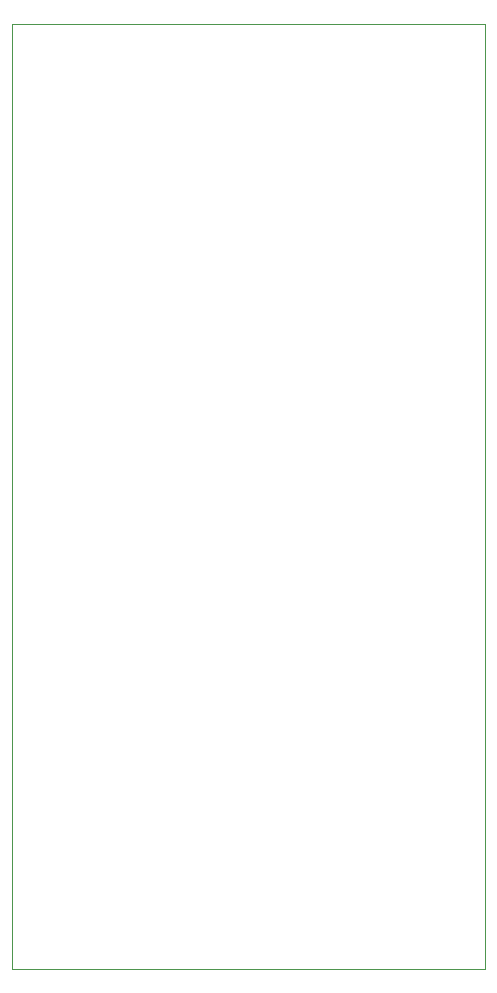
<source format=gbr>
%TF.GenerationSoftware,KiCad,Pcbnew,7.0.7*%
%TF.CreationDate,2024-08-22T16:43:00-10:00*%
%TF.ProjectId,pHSim2,70485369-6d32-42e6-9b69-6361645f7063,rev?*%
%TF.SameCoordinates,Original*%
%TF.FileFunction,Legend,Bot*%
%TF.FilePolarity,Positive*%
%FSLAX46Y46*%
G04 Gerber Fmt 4.6, Leading zero omitted, Abs format (unit mm)*
G04 Created by KiCad (PCBNEW 7.0.7) date 2024-08-22 16:43:00*
%MOMM*%
%LPD*%
G01*
G04 APERTURE LIST*
%TA.AperFunction,Profile*%
%ADD10C,0.100000*%
%TD*%
G04 APERTURE END LIST*
D10*
X100000000Y-60000000D02*
X140000000Y-60000000D01*
X140000000Y-140000000D01*
X100000000Y-140000000D01*
X100000000Y-60000000D01*
M02*

</source>
